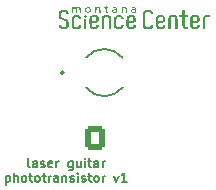
<source format=gto>
G04 #@! TF.GenerationSoftware,KiCad,Pcbnew,6.0.4-6f826c9f35~116~ubuntu20.04.1*
G04 #@! TF.CreationDate,2022-05-16T21:54:43-06:00*
G04 #@! TF.ProjectId,phototransistor-circuit,70686f74-6f74-4726-916e-736973746f72,rev?*
G04 #@! TF.SameCoordinates,Original*
G04 #@! TF.FileFunction,Legend,Top*
G04 #@! TF.FilePolarity,Positive*
%FSLAX46Y46*%
G04 Gerber Fmt 4.6, Leading zero omitted, Abs format (unit mm)*
G04 Created by KiCad (PCBNEW 6.0.4-6f826c9f35~116~ubuntu20.04.1) date 2022-05-16 21:54:43*
%MOMM*%
%LPD*%
G01*
G04 APERTURE LIST*
G04 Aperture macros list*
%AMRoundRect*
0 Rectangle with rounded corners*
0 $1 Rounding radius*
0 $2 $3 $4 $5 $6 $7 $8 $9 X,Y pos of 4 corners*
0 Add a 4 corners polygon primitive as box body*
4,1,4,$2,$3,$4,$5,$6,$7,$8,$9,$2,$3,0*
0 Add four circle primitives for the rounded corners*
1,1,$1+$1,$2,$3*
1,1,$1+$1,$4,$5*
1,1,$1+$1,$6,$7*
1,1,$1+$1,$8,$9*
0 Add four rect primitives between the rounded corners*
20,1,$1+$1,$2,$3,$4,$5,0*
20,1,$1+$1,$4,$5,$6,$7,0*
20,1,$1+$1,$6,$7,$8,$9,0*
20,1,$1+$1,$8,$9,$2,$3,0*%
G04 Aperture macros list end*
%ADD10C,0.127000*%
%ADD11C,0.200000*%
%ADD12C,1.000000*%
%ADD13C,3.200000*%
%ADD14RoundRect,0.250000X0.600000X0.725000X-0.600000X0.725000X-0.600000X-0.725000X0.600000X-0.725000X0*%
%ADD15O,1.700000X1.950000*%
%ADD16C,1.600000*%
%ADD17O,1.600000X1.600000*%
G04 APERTURE END LIST*
D10*
X82589914Y-86751704D02*
X82517342Y-86715418D01*
X82481057Y-86642847D01*
X82481057Y-85989704D01*
X83206771Y-86751704D02*
X83206771Y-86352561D01*
X83170485Y-86279990D01*
X83097914Y-86243704D01*
X82952771Y-86243704D01*
X82880200Y-86279990D01*
X83206771Y-86715418D02*
X83134200Y-86751704D01*
X82952771Y-86751704D01*
X82880200Y-86715418D01*
X82843914Y-86642847D01*
X82843914Y-86570275D01*
X82880200Y-86497704D01*
X82952771Y-86461418D01*
X83134200Y-86461418D01*
X83206771Y-86425132D01*
X83533342Y-86715418D02*
X83605914Y-86751704D01*
X83751057Y-86751704D01*
X83823628Y-86715418D01*
X83859914Y-86642847D01*
X83859914Y-86606561D01*
X83823628Y-86533990D01*
X83751057Y-86497704D01*
X83642200Y-86497704D01*
X83569628Y-86461418D01*
X83533342Y-86388847D01*
X83533342Y-86352561D01*
X83569628Y-86279990D01*
X83642200Y-86243704D01*
X83751057Y-86243704D01*
X83823628Y-86279990D01*
X84476771Y-86715418D02*
X84404200Y-86751704D01*
X84259057Y-86751704D01*
X84186485Y-86715418D01*
X84150200Y-86642847D01*
X84150200Y-86352561D01*
X84186485Y-86279990D01*
X84259057Y-86243704D01*
X84404200Y-86243704D01*
X84476771Y-86279990D01*
X84513057Y-86352561D01*
X84513057Y-86425132D01*
X84150200Y-86497704D01*
X84839628Y-86751704D02*
X84839628Y-86243704D01*
X84839628Y-86388847D02*
X84875914Y-86316275D01*
X84912200Y-86279990D01*
X84984771Y-86243704D01*
X85057342Y-86243704D01*
X86218485Y-86243704D02*
X86218485Y-86860561D01*
X86182200Y-86933132D01*
X86145914Y-86969418D01*
X86073342Y-87005704D01*
X85964485Y-87005704D01*
X85891914Y-86969418D01*
X86218485Y-86715418D02*
X86145914Y-86751704D01*
X86000771Y-86751704D01*
X85928200Y-86715418D01*
X85891914Y-86679132D01*
X85855628Y-86606561D01*
X85855628Y-86388847D01*
X85891914Y-86316275D01*
X85928200Y-86279990D01*
X86000771Y-86243704D01*
X86145914Y-86243704D01*
X86218485Y-86279990D01*
X86907914Y-86243704D02*
X86907914Y-86751704D01*
X86581342Y-86243704D02*
X86581342Y-86642847D01*
X86617628Y-86715418D01*
X86690200Y-86751704D01*
X86799057Y-86751704D01*
X86871628Y-86715418D01*
X86907914Y-86679132D01*
X87270771Y-86751704D02*
X87270771Y-86243704D01*
X87270771Y-85989704D02*
X87234485Y-86025990D01*
X87270771Y-86062275D01*
X87307057Y-86025990D01*
X87270771Y-85989704D01*
X87270771Y-86062275D01*
X87524771Y-86243704D02*
X87815057Y-86243704D01*
X87633628Y-85989704D02*
X87633628Y-86642847D01*
X87669914Y-86715418D01*
X87742485Y-86751704D01*
X87815057Y-86751704D01*
X88395628Y-86751704D02*
X88395628Y-86352561D01*
X88359342Y-86279990D01*
X88286771Y-86243704D01*
X88141628Y-86243704D01*
X88069057Y-86279990D01*
X88395628Y-86715418D02*
X88323057Y-86751704D01*
X88141628Y-86751704D01*
X88069057Y-86715418D01*
X88032771Y-86642847D01*
X88032771Y-86570275D01*
X88069057Y-86497704D01*
X88141628Y-86461418D01*
X88323057Y-86461418D01*
X88395628Y-86425132D01*
X88758485Y-86751704D02*
X88758485Y-86243704D01*
X88758485Y-86388847D02*
X88794771Y-86316275D01*
X88831057Y-86279990D01*
X88903628Y-86243704D01*
X88976200Y-86243704D01*
X80576057Y-87470524D02*
X80576057Y-88232524D01*
X80576057Y-87506810D02*
X80648628Y-87470524D01*
X80793771Y-87470524D01*
X80866342Y-87506810D01*
X80902628Y-87543095D01*
X80938914Y-87615667D01*
X80938914Y-87833381D01*
X80902628Y-87905952D01*
X80866342Y-87942238D01*
X80793771Y-87978524D01*
X80648628Y-87978524D01*
X80576057Y-87942238D01*
X81265485Y-87978524D02*
X81265485Y-87216524D01*
X81592057Y-87978524D02*
X81592057Y-87579381D01*
X81555771Y-87506810D01*
X81483200Y-87470524D01*
X81374342Y-87470524D01*
X81301771Y-87506810D01*
X81265485Y-87543095D01*
X82063771Y-87978524D02*
X81991200Y-87942238D01*
X81954914Y-87905952D01*
X81918628Y-87833381D01*
X81918628Y-87615667D01*
X81954914Y-87543095D01*
X81991200Y-87506810D01*
X82063771Y-87470524D01*
X82172628Y-87470524D01*
X82245200Y-87506810D01*
X82281485Y-87543095D01*
X82317771Y-87615667D01*
X82317771Y-87833381D01*
X82281485Y-87905952D01*
X82245200Y-87942238D01*
X82172628Y-87978524D01*
X82063771Y-87978524D01*
X82535485Y-87470524D02*
X82825771Y-87470524D01*
X82644342Y-87216524D02*
X82644342Y-87869667D01*
X82680628Y-87942238D01*
X82753200Y-87978524D01*
X82825771Y-87978524D01*
X83188628Y-87978524D02*
X83116057Y-87942238D01*
X83079771Y-87905952D01*
X83043485Y-87833381D01*
X83043485Y-87615667D01*
X83079771Y-87543095D01*
X83116057Y-87506810D01*
X83188628Y-87470524D01*
X83297485Y-87470524D01*
X83370057Y-87506810D01*
X83406342Y-87543095D01*
X83442628Y-87615667D01*
X83442628Y-87833381D01*
X83406342Y-87905952D01*
X83370057Y-87942238D01*
X83297485Y-87978524D01*
X83188628Y-87978524D01*
X83660342Y-87470524D02*
X83950628Y-87470524D01*
X83769200Y-87216524D02*
X83769200Y-87869667D01*
X83805485Y-87942238D01*
X83878057Y-87978524D01*
X83950628Y-87978524D01*
X84204628Y-87978524D02*
X84204628Y-87470524D01*
X84204628Y-87615667D02*
X84240914Y-87543095D01*
X84277200Y-87506810D01*
X84349771Y-87470524D01*
X84422342Y-87470524D01*
X85002914Y-87978524D02*
X85002914Y-87579381D01*
X84966628Y-87506810D01*
X84894057Y-87470524D01*
X84748914Y-87470524D01*
X84676342Y-87506810D01*
X85002914Y-87942238D02*
X84930342Y-87978524D01*
X84748914Y-87978524D01*
X84676342Y-87942238D01*
X84640057Y-87869667D01*
X84640057Y-87797095D01*
X84676342Y-87724524D01*
X84748914Y-87688238D01*
X84930342Y-87688238D01*
X85002914Y-87651952D01*
X85365771Y-87470524D02*
X85365771Y-87978524D01*
X85365771Y-87543095D02*
X85402057Y-87506810D01*
X85474628Y-87470524D01*
X85583485Y-87470524D01*
X85656057Y-87506810D01*
X85692342Y-87579381D01*
X85692342Y-87978524D01*
X86018914Y-87942238D02*
X86091485Y-87978524D01*
X86236628Y-87978524D01*
X86309200Y-87942238D01*
X86345485Y-87869667D01*
X86345485Y-87833381D01*
X86309200Y-87760810D01*
X86236628Y-87724524D01*
X86127771Y-87724524D01*
X86055200Y-87688238D01*
X86018914Y-87615667D01*
X86018914Y-87579381D01*
X86055200Y-87506810D01*
X86127771Y-87470524D01*
X86236628Y-87470524D01*
X86309200Y-87506810D01*
X86672057Y-87978524D02*
X86672057Y-87470524D01*
X86672057Y-87216524D02*
X86635771Y-87252810D01*
X86672057Y-87289095D01*
X86708342Y-87252810D01*
X86672057Y-87216524D01*
X86672057Y-87289095D01*
X86998628Y-87942238D02*
X87071200Y-87978524D01*
X87216342Y-87978524D01*
X87288914Y-87942238D01*
X87325200Y-87869667D01*
X87325200Y-87833381D01*
X87288914Y-87760810D01*
X87216342Y-87724524D01*
X87107485Y-87724524D01*
X87034914Y-87688238D01*
X86998628Y-87615667D01*
X86998628Y-87579381D01*
X87034914Y-87506810D01*
X87107485Y-87470524D01*
X87216342Y-87470524D01*
X87288914Y-87506810D01*
X87542914Y-87470524D02*
X87833200Y-87470524D01*
X87651771Y-87216524D02*
X87651771Y-87869667D01*
X87688057Y-87942238D01*
X87760628Y-87978524D01*
X87833200Y-87978524D01*
X88196057Y-87978524D02*
X88123485Y-87942238D01*
X88087200Y-87905952D01*
X88050914Y-87833381D01*
X88050914Y-87615667D01*
X88087200Y-87543095D01*
X88123485Y-87506810D01*
X88196057Y-87470524D01*
X88304914Y-87470524D01*
X88377485Y-87506810D01*
X88413771Y-87543095D01*
X88450057Y-87615667D01*
X88450057Y-87833381D01*
X88413771Y-87905952D01*
X88377485Y-87942238D01*
X88304914Y-87978524D01*
X88196057Y-87978524D01*
X88776628Y-87978524D02*
X88776628Y-87470524D01*
X88776628Y-87615667D02*
X88812914Y-87543095D01*
X88849200Y-87506810D01*
X88921771Y-87470524D01*
X88994342Y-87470524D01*
X89756342Y-87470524D02*
X89937771Y-87978524D01*
X90119200Y-87470524D01*
X90808628Y-87978524D02*
X90373200Y-87978524D01*
X90590914Y-87978524D02*
X90590914Y-87216524D01*
X90518342Y-87325381D01*
X90445771Y-87397952D01*
X90373200Y-87434238D01*
X87350000Y-80000000D02*
G75*
G03*
X90450000Y-79999999I1550000J1244007D01*
G01*
X90450000Y-77480000D02*
G75*
G03*
X87350000Y-77480001I-1550000J-1244007D01*
G01*
D11*
X85483178Y-78760000D02*
G75*
G03*
X85483178Y-78760000I-143178J0D01*
G01*
G36*
X87347153Y-73871071D02*
G01*
X87385258Y-73901410D01*
X87405032Y-73950217D01*
X87406172Y-73967210D01*
X87392256Y-74021802D01*
X87356270Y-74061359D01*
X87306855Y-74080255D01*
X87252651Y-74072863D01*
X87247462Y-74070540D01*
X87215539Y-74043311D01*
X87191747Y-74005175D01*
X87180645Y-73966951D01*
X87188929Y-73936021D01*
X87204500Y-73912873D01*
X87248608Y-73874603D01*
X87298881Y-73861403D01*
X87347153Y-73871071D01*
G37*
G36*
X85559164Y-73426929D02*
G01*
X85615107Y-73430734D01*
X85658593Y-73439416D01*
X85699786Y-73454893D01*
X85741478Y-73475280D01*
X85816398Y-73523513D01*
X85866271Y-73581797D01*
X85896551Y-73658104D01*
X85907978Y-73718700D01*
X85918672Y-73796721D01*
X85813842Y-73791778D01*
X85709012Y-73786836D01*
X85699398Y-73714789D01*
X85686958Y-73664382D01*
X85667617Y-73627989D01*
X85661235Y-73621866D01*
X85617995Y-73603312D01*
X85553692Y-73590833D01*
X85479716Y-73585785D01*
X85407459Y-73589520D01*
X85399003Y-73590689D01*
X85341597Y-73604141D01*
X85301767Y-73627820D01*
X85276567Y-73666931D01*
X85263046Y-73726683D01*
X85258256Y-73812280D01*
X85258076Y-73839502D01*
X85258636Y-73912491D01*
X85261557Y-73960832D01*
X85268702Y-73992664D01*
X85281935Y-74016130D01*
X85303120Y-74039372D01*
X85304027Y-74040280D01*
X85355490Y-74076199D01*
X85437930Y-74111593D01*
X85496699Y-74130974D01*
X85597941Y-74163795D01*
X85674151Y-74193926D01*
X85732456Y-74225111D01*
X85779981Y-74261097D01*
X85819319Y-74300566D01*
X85868497Y-74374176D01*
X85899072Y-74467139D01*
X85911784Y-74582668D01*
X85909671Y-74692222D01*
X85893583Y-74805363D01*
X85859549Y-74892934D01*
X85805194Y-74958226D01*
X85728143Y-75004533D01*
X85669947Y-75024597D01*
X85618776Y-75033028D01*
X85546665Y-75037839D01*
X85465270Y-75038990D01*
X85386250Y-75036439D01*
X85321264Y-75030144D01*
X85299070Y-75025925D01*
X85215868Y-74995482D01*
X85145456Y-74950520D01*
X85113161Y-74917938D01*
X85091969Y-74878877D01*
X85070740Y-74821155D01*
X85053736Y-74758622D01*
X85045218Y-74705127D01*
X85044907Y-74696100D01*
X85059862Y-74688160D01*
X85098991Y-74682545D01*
X85151491Y-74680509D01*
X85258076Y-74680509D01*
X85258076Y-74736084D01*
X85267481Y-74787295D01*
X85289423Y-74830371D01*
X85306462Y-74848361D01*
X85327195Y-74859719D01*
X85359020Y-74865954D01*
X85409334Y-74868572D01*
X85479445Y-74869082D01*
X85564539Y-74867524D01*
X85624486Y-74859602D01*
X85663678Y-74840443D01*
X85686507Y-74805177D01*
X85697364Y-74748931D01*
X85700641Y-74666833D01*
X85700814Y-74623512D01*
X85698859Y-74536848D01*
X85690307Y-74469971D01*
X85671121Y-74418446D01*
X85637269Y-74377840D01*
X85584715Y-74343721D01*
X85509424Y-74311654D01*
X85407363Y-74277206D01*
X85376943Y-74267625D01*
X85257993Y-74222301D01*
X85168973Y-74169384D01*
X85107547Y-74107145D01*
X85074717Y-74044017D01*
X85064863Y-73998144D01*
X85057795Y-73929518D01*
X85054420Y-73848128D01*
X85054276Y-73819233D01*
X85058937Y-73711395D01*
X85073745Y-73629495D01*
X85101658Y-73567471D01*
X85145635Y-73519263D01*
X85208638Y-73478810D01*
X85224411Y-73470806D01*
X85271063Y-73449695D01*
X85313397Y-73436450D01*
X85361584Y-73429296D01*
X85425793Y-73426458D01*
X85480604Y-73426087D01*
X85559164Y-73426929D01*
G37*
G36*
X90717919Y-73193763D02*
G01*
X90754164Y-73218900D01*
X90806741Y-73265878D01*
X90813836Y-73464866D01*
X90820931Y-73663853D01*
X90721404Y-73663853D01*
X90715854Y-73482127D01*
X90712670Y-73400588D01*
X90708266Y-73345501D01*
X90701485Y-73310523D01*
X90691170Y-73289311D01*
X90678474Y-73277156D01*
X90623453Y-73255527D01*
X90564265Y-73261886D01*
X90512786Y-73294160D01*
X90494342Y-73315005D01*
X90482586Y-73338030D01*
X90476026Y-73370823D01*
X90473173Y-73420972D01*
X90472538Y-73496064D01*
X90472537Y-73499131D01*
X90472537Y-73663853D01*
X90373274Y-73663853D01*
X90377812Y-73421987D01*
X90379727Y-73328450D01*
X90381956Y-73262664D01*
X90385369Y-73219588D01*
X90390834Y-73194183D01*
X90399220Y-73181409D01*
X90411397Y-73176226D01*
X90420441Y-73174725D01*
X90453744Y-73179719D01*
X90467379Y-73203160D01*
X90474861Y-73225368D01*
X90486923Y-73226746D01*
X90513648Y-73207555D01*
X90517587Y-73204458D01*
X90579056Y-73175450D01*
X90649400Y-73172103D01*
X90717919Y-73193763D01*
G37*
G36*
X91193557Y-73451577D02*
G01*
X91225198Y-73421048D01*
X91279996Y-73394751D01*
X91348322Y-73376151D01*
X91420545Y-73368712D01*
X91423934Y-73368695D01*
X91474782Y-73366233D01*
X91499750Y-73357454D01*
X91505591Y-73343020D01*
X91491696Y-73292747D01*
X91454933Y-73258202D01*
X91402688Y-73242450D01*
X91342346Y-73248556D01*
X91309633Y-73261689D01*
X91269127Y-73278208D01*
X91242745Y-73275386D01*
X91233851Y-73269331D01*
X91213877Y-73245451D01*
X91210433Y-73234669D01*
X91225285Y-73215932D01*
X91263858Y-73197540D01*
X91317175Y-73182365D01*
X91376257Y-73173284D01*
X91406419Y-73171923D01*
X91463887Y-73175898D01*
X91504523Y-73191370D01*
X91536766Y-73217017D01*
X91556937Y-73237130D01*
X91570747Y-73257180D01*
X91579692Y-73283826D01*
X91585271Y-73323731D01*
X91588981Y-73383555D01*
X91592070Y-73462982D01*
X91599285Y-73663853D01*
X91560637Y-73663853D01*
X91529615Y-73655073D01*
X91521988Y-73631552D01*
X91520007Y-73612956D01*
X91509213Y-73610878D01*
X91482333Y-73626318D01*
X91462308Y-73639751D01*
X91385868Y-73673479D01*
X91305352Y-73675138D01*
X91261113Y-73662376D01*
X91221663Y-73638993D01*
X91200144Y-73618322D01*
X91183353Y-73575921D01*
X91178816Y-73519752D01*
X91179713Y-73514079D01*
X91265856Y-73514079D01*
X91272723Y-73556573D01*
X91290787Y-73583900D01*
X91319299Y-73595905D01*
X91360703Y-73598262D01*
X91425542Y-73588665D01*
X91467639Y-73562609D01*
X91498750Y-73514930D01*
X91505591Y-73478590D01*
X91505591Y-73430225D01*
X91414429Y-73437784D01*
X91338080Y-73451723D01*
X91287895Y-73477709D01*
X91265856Y-73514079D01*
X91179713Y-73514079D01*
X91187199Y-73466728D01*
X91193557Y-73451577D01*
G37*
G36*
X92674171Y-73427663D02*
G01*
X92729852Y-73430986D01*
X92773395Y-73439357D01*
X92815115Y-73454655D01*
X92858399Y-73475280D01*
X92918836Y-73509220D01*
X92958434Y-73543016D01*
X92987700Y-73586172D01*
X92993680Y-73597638D01*
X93016199Y-73655292D01*
X93029257Y-73713883D01*
X93030575Y-73732918D01*
X93030575Y-73795035D01*
X92837994Y-73795035D01*
X92828093Y-73733116D01*
X92815698Y-73683712D01*
X92798410Y-73644405D01*
X92796061Y-73640932D01*
X92760693Y-73616339D01*
X92702886Y-73600217D01*
X92631901Y-73592645D01*
X92557005Y-73593704D01*
X92487460Y-73603475D01*
X92432530Y-73622038D01*
X92410298Y-73637573D01*
X92402729Y-73648053D01*
X92396595Y-73665067D01*
X92391703Y-73692005D01*
X92387863Y-73732259D01*
X92384883Y-73789218D01*
X92382573Y-73866272D01*
X92380741Y-73966813D01*
X92379197Y-74094230D01*
X92378119Y-74208779D01*
X92376947Y-74368771D01*
X92376744Y-74499183D01*
X92377874Y-74603225D01*
X92380699Y-74684108D01*
X92385584Y-74745043D01*
X92392891Y-74789238D01*
X92402984Y-74819906D01*
X92416226Y-74840254D01*
X92432981Y-74853495D01*
X92452085Y-74862263D01*
X92488021Y-74869778D01*
X92544630Y-74875164D01*
X92609808Y-74877280D01*
X92611290Y-74877281D01*
X92698951Y-74871722D01*
X92760117Y-74853132D01*
X92799473Y-74818641D01*
X92821705Y-74765380D01*
X92825615Y-74746035D01*
X92836685Y-74680509D01*
X93035143Y-74680509D01*
X93025299Y-74763628D01*
X93004832Y-74854402D01*
X92965793Y-74924858D01*
X92905659Y-74976700D01*
X92821907Y-75011631D01*
X92712015Y-75031355D01*
X92620633Y-75036963D01*
X92511095Y-75036866D01*
X92431264Y-75029734D01*
X92387115Y-75018808D01*
X92308299Y-74982875D01*
X92253426Y-74939957D01*
X92213643Y-74882966D01*
X92210902Y-74877695D01*
X92202116Y-74858936D01*
X92195042Y-74838312D01*
X92189493Y-74812250D01*
X92185287Y-74777174D01*
X92182238Y-74729510D01*
X92180162Y-74665684D01*
X92178874Y-74582121D01*
X92178192Y-74475246D01*
X92177929Y-74341485D01*
X92177896Y-74237898D01*
X92178048Y-74075846D01*
X92178772Y-73943171D01*
X92180470Y-73836457D01*
X92183542Y-73752288D01*
X92188391Y-73687246D01*
X92195417Y-73637914D01*
X92205022Y-73600876D01*
X92217608Y-73572715D01*
X92233575Y-73550013D01*
X92253325Y-73529355D01*
X92262094Y-73521156D01*
X92319150Y-73478951D01*
X92386747Y-73450583D01*
X92471709Y-73434137D01*
X92580860Y-73427701D01*
X92596036Y-73427509D01*
X92674171Y-73427663D01*
G37*
G36*
X90196420Y-73865724D02*
G01*
X90313290Y-73887485D01*
X90407365Y-73930451D01*
X90477163Y-73993247D01*
X90521203Y-74074499D01*
X90538003Y-74172831D01*
X90538128Y-74182827D01*
X90538128Y-74237772D01*
X90345080Y-74237772D01*
X90334297Y-74165871D01*
X90319383Y-74105540D01*
X90292434Y-74065953D01*
X90247762Y-74043309D01*
X90179680Y-74033809D01*
X90135119Y-74032801D01*
X90069364Y-74034227D01*
X90026852Y-74039998D01*
X89998096Y-74052350D01*
X89976963Y-74070119D01*
X89963321Y-74085408D01*
X89953328Y-74103375D01*
X89946284Y-74129234D01*
X89941486Y-74168196D01*
X89938233Y-74225474D01*
X89935824Y-74306282D01*
X89934085Y-74388663D01*
X89932035Y-74528077D01*
X89932938Y-74638174D01*
X89938219Y-74722399D01*
X89949305Y-74784195D01*
X89967622Y-74827006D01*
X89994594Y-74854276D01*
X90031648Y-74869449D01*
X90080210Y-74875967D01*
X90136385Y-74877281D01*
X90218000Y-74872945D01*
X90273432Y-74857402D01*
X90308447Y-74826852D01*
X90328811Y-74777493D01*
X90335022Y-74746330D01*
X90345547Y-74680509D01*
X90538128Y-74680509D01*
X90537768Y-74742000D01*
X90521967Y-74836880D01*
X90477685Y-74918420D01*
X90407842Y-74982744D01*
X90326611Y-75022352D01*
X90276610Y-75032226D01*
X90205157Y-75037740D01*
X90123295Y-75038955D01*
X90042068Y-75035928D01*
X89972520Y-75028718D01*
X89933577Y-75020259D01*
X89863663Y-74983632D01*
X89802580Y-74926060D01*
X89760604Y-74858025D01*
X89752981Y-74836095D01*
X89746129Y-74793423D01*
X89740898Y-74725110D01*
X89737279Y-74637896D01*
X89735265Y-74538520D01*
X89734849Y-74433721D01*
X89736024Y-74330238D01*
X89738783Y-74234811D01*
X89743117Y-74154179D01*
X89749020Y-74095080D01*
X89753814Y-74070999D01*
X89793404Y-73993464D01*
X89858967Y-73932653D01*
X89947480Y-73889970D01*
X90055921Y-73866816D01*
X90181269Y-73864592D01*
X90196420Y-73865724D01*
G37*
G36*
X89218440Y-73871157D02*
G01*
X89311715Y-73895549D01*
X89378743Y-73929669D01*
X89408398Y-73952758D01*
X89432169Y-73977786D01*
X89450703Y-74008495D01*
X89464649Y-74048626D01*
X89474656Y-74101920D01*
X89481373Y-74172119D01*
X89485448Y-74262963D01*
X89487529Y-74378194D01*
X89488267Y-74521552D01*
X89488317Y-74561626D01*
X89488677Y-75024860D01*
X89291905Y-75024860D01*
X89291905Y-74592769D01*
X89291431Y-74446051D01*
X89289729Y-74328621D01*
X89286381Y-74236983D01*
X89280967Y-74167639D01*
X89273066Y-74117094D01*
X89262260Y-74081849D01*
X89248129Y-74058408D01*
X89230253Y-74043274D01*
X89225667Y-74040654D01*
X89194067Y-74032251D01*
X89141821Y-74026441D01*
X89088926Y-74024602D01*
X89025365Y-74026756D01*
X88982949Y-74035199D01*
X88950197Y-74052904D01*
X88936170Y-74064155D01*
X88890162Y-74103707D01*
X88884905Y-74564284D01*
X88879649Y-75024860D01*
X88683343Y-75024860D01*
X88688366Y-74553427D01*
X88690228Y-74402778D01*
X88692814Y-74281207D01*
X88696943Y-74184996D01*
X88703435Y-74110428D01*
X88713111Y-74053785D01*
X88726789Y-74011351D01*
X88745291Y-73979406D01*
X88769434Y-73954234D01*
X88800041Y-73932118D01*
X88829294Y-73914382D01*
X88909507Y-73881916D01*
X89007595Y-73864070D01*
X89113820Y-73860574D01*
X89218440Y-73871157D01*
G37*
G36*
X93286448Y-74129685D02*
G01*
X93296720Y-74067440D01*
X93312187Y-74020529D01*
X93333837Y-73984593D01*
X93362663Y-73955272D01*
X93395180Y-73931191D01*
X93480621Y-73889824D01*
X93581411Y-73866356D01*
X93689146Y-73860420D01*
X93795421Y-73871651D01*
X93891830Y-73899683D01*
X93969969Y-73944149D01*
X93984676Y-73956853D01*
X94038385Y-74028983D01*
X94070327Y-74120127D01*
X94078462Y-74223106D01*
X94073858Y-74271101D01*
X94055564Y-74347952D01*
X94024035Y-74407518D01*
X93975357Y-74452435D01*
X93905618Y-74485336D01*
X93810906Y-74508858D01*
X93697450Y-74524574D01*
X93602037Y-74536848D01*
X93538904Y-74549936D01*
X93507544Y-74563951D01*
X93505019Y-74566909D01*
X93482466Y-74625895D01*
X93476111Y-74697031D01*
X93485145Y-74768072D01*
X93508759Y-74826775D01*
X93523420Y-74845400D01*
X93547116Y-74862643D01*
X93580902Y-74872483D01*
X93633436Y-74876704D01*
X93678283Y-74877281D01*
X93758255Y-74873457D01*
X93812098Y-74859316D01*
X93845864Y-74830851D01*
X93865606Y-74784058D01*
X93872754Y-74748594D01*
X93883641Y-74680509D01*
X94084594Y-74680509D01*
X94074696Y-74764080D01*
X94052626Y-74858445D01*
X94009595Y-74930476D01*
X93942251Y-74985508D01*
X93931609Y-74991652D01*
X93891467Y-75011315D01*
X93850165Y-75023979D01*
X93798263Y-75031423D01*
X93726322Y-75035429D01*
X93694681Y-75036348D01*
X93616994Y-75036323D01*
X93547836Y-75032728D01*
X93496918Y-75026211D01*
X93481511Y-75022125D01*
X93391390Y-74974121D01*
X93327791Y-74907050D01*
X93307785Y-74870705D01*
X93297463Y-74844450D01*
X93289715Y-74814060D01*
X93284179Y-74774616D01*
X93280490Y-74721198D01*
X93278286Y-74648886D01*
X93277205Y-74552762D01*
X93276900Y-74452019D01*
X93277528Y-74317615D01*
X93278233Y-74291420D01*
X93473312Y-74291420D01*
X93474006Y-74355874D01*
X93476870Y-74392785D01*
X93483071Y-74407388D01*
X93493781Y-74404920D01*
X93497950Y-74401714D01*
X93524832Y-74390841D01*
X93575225Y-74379517D01*
X93639932Y-74369657D01*
X93665723Y-74366758D01*
X93751215Y-74355539D01*
X93809107Y-74339690D01*
X93844586Y-74315204D01*
X93862842Y-74278075D01*
X93869063Y-74224296D01*
X93869334Y-74209539D01*
X93862273Y-74129007D01*
X93837329Y-74073818D01*
X93791046Y-74040605D01*
X93719974Y-74026000D01*
X93679662Y-74024602D01*
X93601818Y-74029652D01*
X93545614Y-74047543D01*
X93507872Y-74082384D01*
X93485414Y-74138286D01*
X93475060Y-74219359D01*
X93473312Y-74291420D01*
X93278233Y-74291420D01*
X93280381Y-74211623D01*
X93286448Y-74129685D01*
G37*
G36*
X89628308Y-73421730D02*
G01*
X89695354Y-73387503D01*
X89783431Y-73370316D01*
X89824302Y-73368695D01*
X89883999Y-73364274D01*
X89912872Y-73349924D01*
X89911828Y-73324014D01*
X89881770Y-73284913D01*
X89874767Y-73277762D01*
X89829884Y-73245938D01*
X89780110Y-73240151D01*
X89717579Y-73259752D01*
X89708317Y-73264029D01*
X89666844Y-73279996D01*
X89640334Y-73278249D01*
X89627950Y-73270220D01*
X89606972Y-73246739D01*
X89611650Y-73227138D01*
X89644513Y-73205610D01*
X89659231Y-73198388D01*
X89731147Y-73176220D01*
X89807093Y-73172323D01*
X89878805Y-73185012D01*
X89938021Y-73212606D01*
X89976476Y-73253423D01*
X89981311Y-73263963D01*
X89987789Y-73297081D01*
X89992965Y-73354153D01*
X89996213Y-73426347D01*
X89997005Y-73484546D01*
X89997005Y-73663853D01*
X89956010Y-73663853D01*
X89924302Y-73656588D01*
X89915034Y-73630155D01*
X89915016Y-73628199D01*
X89915016Y-73592546D01*
X89875043Y-73630099D01*
X89825887Y-73658464D01*
X89760850Y-73674030D01*
X89695170Y-73674351D01*
X89658507Y-73664868D01*
X89611255Y-73629172D01*
X89579113Y-73575905D01*
X89570665Y-73532672D01*
X89573342Y-73521614D01*
X89669051Y-73521614D01*
X89677244Y-73560042D01*
X89688728Y-73578585D01*
X89723665Y-73594317D01*
X89774304Y-73597285D01*
X89826456Y-73588221D01*
X89863957Y-73569567D01*
X89891802Y-73532893D01*
X89908818Y-73487578D01*
X89919116Y-73434286D01*
X89842462Y-73434286D01*
X89769093Y-73441942D01*
X89712005Y-73462924D01*
X89677111Y-73494255D01*
X89669051Y-73521614D01*
X89573342Y-73521614D01*
X89585632Y-73470839D01*
X89628308Y-73421730D01*
G37*
G36*
X87229077Y-74152504D02*
G01*
X87262862Y-74167886D01*
X87310062Y-74171287D01*
X87353563Y-74162708D01*
X87370097Y-74152504D01*
X87376166Y-74153353D01*
X87380940Y-74171233D01*
X87384543Y-74208865D01*
X87387101Y-74268969D01*
X87388740Y-74354265D01*
X87389585Y-74467475D01*
X87389774Y-74578844D01*
X87389774Y-75024860D01*
X87209400Y-75024860D01*
X87209400Y-74578844D01*
X87209705Y-74441575D01*
X87210704Y-74334376D01*
X87212524Y-74254527D01*
X87215288Y-74199306D01*
X87219123Y-74165993D01*
X87224155Y-74151868D01*
X87229077Y-74152504D01*
G37*
G36*
X87655256Y-74168695D02*
G01*
X87658430Y-74119083D01*
X87663400Y-74083141D01*
X87670573Y-74056090D01*
X87680359Y-74033148D01*
X87689301Y-74016403D01*
X87736164Y-73954588D01*
X87799744Y-73910683D01*
X87883973Y-73883098D01*
X87992780Y-73870242D01*
X88053880Y-73868836D01*
X88132875Y-73869787D01*
X88188369Y-73873697D01*
X88229629Y-73882174D01*
X88265921Y-73896826D01*
X88290194Y-73909830D01*
X88339576Y-73942629D01*
X88380626Y-73978069D01*
X88392524Y-73991807D01*
X88420664Y-74049635D01*
X88439281Y-74126554D01*
X88446237Y-74209699D01*
X88440520Y-74280515D01*
X88415275Y-74362449D01*
X88371875Y-74425592D01*
X88307269Y-74471951D01*
X88218400Y-74503532D01*
X88102216Y-74522339D01*
X88067734Y-74525342D01*
X87978970Y-74533951D01*
X87917915Y-74546809D01*
X87879482Y-74567920D01*
X87858585Y-74601289D01*
X87850138Y-74650921D01*
X87848909Y-74697652D01*
X87851168Y-74757801D01*
X87860175Y-74796908D01*
X87879272Y-74826551D01*
X87889158Y-74837032D01*
X87914993Y-74858686D01*
X87944711Y-74870888D01*
X87988356Y-74876221D01*
X88045681Y-74877281D01*
X88109685Y-74875834D01*
X88150998Y-74869771D01*
X88179664Y-74856509D01*
X88202204Y-74837032D01*
X88236045Y-74783151D01*
X88242453Y-74738646D01*
X88242453Y-74680509D01*
X88457633Y-74680509D01*
X88446300Y-74758398D01*
X88434671Y-74815491D01*
X88418983Y-74866000D01*
X88413089Y-74879427D01*
X88368259Y-74939045D01*
X88303538Y-74990460D01*
X88231773Y-75023536D01*
X88229646Y-75024139D01*
X88167707Y-75034751D01*
X88087564Y-75039572D01*
X88001052Y-75038808D01*
X87920011Y-75032669D01*
X87856275Y-75021363D01*
X87843255Y-75017340D01*
X87790247Y-74992354D01*
X87743423Y-74960760D01*
X87738656Y-74956568D01*
X87712198Y-74929865D01*
X87691726Y-74901536D01*
X87676486Y-74867132D01*
X87665725Y-74822206D01*
X87658690Y-74762311D01*
X87654627Y-74682999D01*
X87652784Y-74579824D01*
X87652406Y-74448338D01*
X87652407Y-74447369D01*
X87652653Y-74328057D01*
X87652712Y-74321412D01*
X87849096Y-74321412D01*
X87849408Y-74366680D01*
X87853218Y-74390260D01*
X87861463Y-74397686D01*
X87875081Y-74394491D01*
X87875941Y-74394143D01*
X87905768Y-74386781D01*
X87958441Y-74378083D01*
X88024141Y-74369605D01*
X88045681Y-74367258D01*
X88119376Y-74357980D01*
X88167734Y-74347168D01*
X88198204Y-74332641D01*
X88213757Y-74318049D01*
X88235017Y-74271629D01*
X88243260Y-74208691D01*
X88238631Y-74142753D01*
X88221276Y-74087334D01*
X88211107Y-74071512D01*
X88192096Y-74052009D01*
X88168497Y-74040403D01*
X88131869Y-74034694D01*
X88073770Y-74032884D01*
X88047716Y-74032801D01*
X87971165Y-74034546D01*
X87918429Y-74043242D01*
X87884788Y-74064083D01*
X87865525Y-74102262D01*
X87855919Y-74162972D01*
X87851344Y-74248923D01*
X87849096Y-74321412D01*
X87652712Y-74321412D01*
X87653467Y-74236760D01*
X87655256Y-74168695D01*
G37*
G36*
X94843812Y-73869786D02*
G01*
X94945001Y-73896702D01*
X95020941Y-73940524D01*
X95028638Y-73947267D01*
X95051950Y-73970378D01*
X95070538Y-73994675D01*
X95084934Y-74023999D01*
X95095670Y-74062192D01*
X95103278Y-74113094D01*
X95108290Y-74180547D01*
X95111238Y-74268392D01*
X95112654Y-74380470D01*
X95113069Y-74520622D01*
X95113080Y-74557000D01*
X95113080Y-75024860D01*
X94916307Y-75024860D01*
X94916307Y-74105100D01*
X94876059Y-74064851D01*
X94850224Y-74043197D01*
X94820505Y-74030995D01*
X94776861Y-74025663D01*
X94719535Y-74024602D01*
X94655532Y-74026049D01*
X94614218Y-74032113D01*
X94585552Y-74045375D01*
X94563012Y-74064851D01*
X94522763Y-74105100D01*
X94522763Y-75024860D01*
X94309593Y-75024860D01*
X94309593Y-74607527D01*
X94310330Y-74478517D01*
X94312424Y-74360524D01*
X94315698Y-74258436D01*
X94319978Y-74177143D01*
X94325086Y-74121534D01*
X94327627Y-74106105D01*
X94360366Y-74015200D01*
X94415593Y-73945885D01*
X94494402Y-73897477D01*
X94597885Y-73869292D01*
X94720395Y-73860625D01*
X94843812Y-73869786D01*
G37*
G36*
X86249284Y-73179416D02*
G01*
X86258335Y-73205885D01*
X86258335Y-73239894D01*
X86301540Y-73205908D01*
X86360663Y-73178139D01*
X86430412Y-73172245D01*
X86496977Y-73188225D01*
X86526685Y-73205908D01*
X86569890Y-73239894D01*
X86613096Y-73205908D01*
X86671853Y-73178283D01*
X86741286Y-73172201D01*
X86807542Y-73187690D01*
X86837676Y-73205464D01*
X86870784Y-73242023D01*
X86893665Y-73294192D01*
X86907539Y-73366860D01*
X86913624Y-73464915D01*
X86914150Y-73512175D01*
X86914242Y-73663853D01*
X86815855Y-73663853D01*
X86815855Y-73495326D01*
X86813591Y-73399729D01*
X86805498Y-73332276D01*
X86789630Y-73288544D01*
X86764039Y-73264113D01*
X86726779Y-73254560D01*
X86709531Y-73253911D01*
X86656866Y-73264858D01*
X86620274Y-73297117D01*
X86604174Y-73322039D01*
X86594042Y-73352412D01*
X86588578Y-73396077D01*
X86586480Y-73460874D01*
X86586288Y-73502088D01*
X86586288Y-73663853D01*
X86487902Y-73663853D01*
X86487902Y-73486020D01*
X86487140Y-73404800D01*
X86484218Y-73349810D01*
X86478176Y-73314509D01*
X86468059Y-73292353D01*
X86457915Y-73281049D01*
X86409424Y-73256636D01*
X86356388Y-73261830D01*
X86306603Y-73295854D01*
X86306286Y-73296190D01*
X86287662Y-73319192D01*
X86275457Y-73345725D01*
X86267949Y-73383577D01*
X86263412Y-73440536D01*
X86260897Y-73501161D01*
X86258004Y-73575232D01*
X86254412Y-73622526D01*
X86248457Y-73649045D01*
X86238477Y-73660792D01*
X86222807Y-73663771D01*
X86215804Y-73663853D01*
X86176346Y-73663853D01*
X86176346Y-73171923D01*
X86217340Y-73171923D01*
X86249284Y-73179416D01*
G37*
G36*
X89080550Y-73044322D02*
G01*
X89092289Y-73061208D01*
X89095118Y-73100620D01*
X89095132Y-73106332D01*
X89095132Y-73171923D01*
X89160723Y-73171923D01*
X89202982Y-73174160D01*
X89221765Y-73184714D01*
X89226290Y-73209347D01*
X89226314Y-73212917D01*
X89222734Y-73239329D01*
X89205847Y-73251068D01*
X89166435Y-73253897D01*
X89160723Y-73253911D01*
X89095132Y-73253911D01*
X89095132Y-73400319D01*
X89098270Y-73488934D01*
X89108776Y-73548593D01*
X89128293Y-73582632D01*
X89158464Y-73594388D01*
X89188824Y-73590649D01*
X89216822Y-73587215D01*
X89224993Y-73602589D01*
X89223362Y-73626358D01*
X89215039Y-73657841D01*
X89192814Y-73671666D01*
X89160723Y-73675506D01*
X89110107Y-73673601D01*
X89067655Y-73664213D01*
X89066927Y-73663918D01*
X89045667Y-73651412D01*
X89030682Y-73630743D01*
X89020678Y-73596399D01*
X89014355Y-73542870D01*
X89010419Y-73464644D01*
X89009027Y-73417888D01*
X89004945Y-73262110D01*
X88951653Y-73256972D01*
X88914176Y-73248970D01*
X88899832Y-73229674D01*
X88898360Y-73211878D01*
X88902839Y-73184820D01*
X88922663Y-73173750D01*
X88955752Y-73171923D01*
X88992498Y-73169937D01*
X89008828Y-73157677D01*
X89013016Y-73125686D01*
X89013144Y-73106332D01*
X89015382Y-73064073D01*
X89025936Y-73045291D01*
X89050568Y-73040765D01*
X89054138Y-73040742D01*
X89080550Y-73044322D01*
G37*
G36*
X90786926Y-74179169D02*
G01*
X90790260Y-74129771D01*
X90795493Y-74093399D01*
X90803050Y-74065112D01*
X90813354Y-74039968D01*
X90820988Y-74024420D01*
X90857711Y-73968688D01*
X90908314Y-73927545D01*
X90939487Y-73910262D01*
X90982471Y-73890552D01*
X91023633Y-73878221D01*
X91072778Y-73871617D01*
X91139710Y-73869088D01*
X91185452Y-73868836D01*
X91264641Y-73869792D01*
X91320357Y-73873717D01*
X91361895Y-73882214D01*
X91398549Y-73896888D01*
X91422968Y-73909830D01*
X91474626Y-73945603D01*
X91519264Y-73987834D01*
X91532138Y-74004283D01*
X91566185Y-74079073D01*
X91581426Y-74167325D01*
X91578462Y-74259282D01*
X91557895Y-74345188D01*
X91520328Y-74415289D01*
X91505742Y-74431870D01*
X91462981Y-74465667D01*
X91408203Y-74490718D01*
X91335348Y-74508830D01*
X91238355Y-74521813D01*
X91189992Y-74526090D01*
X91105941Y-74534166D01*
X91049290Y-74545702D01*
X91014659Y-74565274D01*
X90996671Y-74597457D01*
X90989948Y-74646825D01*
X90989064Y-74697034D01*
X90992832Y-74773480D01*
X91007544Y-74825047D01*
X91038316Y-74856407D01*
X91090262Y-74872229D01*
X91168497Y-74877183D01*
X91186463Y-74877281D01*
X91249828Y-74876250D01*
X91289654Y-74871427D01*
X91315178Y-74860222D01*
X91335634Y-74840044D01*
X91340424Y-74834076D01*
X91365718Y-74784002D01*
X91374409Y-74735690D01*
X91374409Y-74680509D01*
X91592037Y-74680509D01*
X91581458Y-74757687D01*
X91556444Y-74857530D01*
X91510981Y-74933569D01*
X91443035Y-74989135D01*
X91438627Y-74991652D01*
X91398762Y-75011313D01*
X91357646Y-75023992D01*
X91305874Y-75031472D01*
X91234039Y-75035539D01*
X91202234Y-75036491D01*
X91100720Y-75036338D01*
X91025742Y-75029482D01*
X90973395Y-75016098D01*
X90920956Y-74990851D01*
X90875128Y-74960333D01*
X90868796Y-74954861D01*
X90842658Y-74928291D01*
X90822482Y-74899678D01*
X90807509Y-74864540D01*
X90796978Y-74818396D01*
X90790132Y-74756764D01*
X90786209Y-74675163D01*
X90784452Y-74569110D01*
X90784093Y-74454943D01*
X90784267Y-74336813D01*
X90784759Y-74281545D01*
X90980865Y-74281545D01*
X90981501Y-74349019D01*
X90984111Y-74388844D01*
X90989747Y-74406157D01*
X90999463Y-74406092D01*
X91005503Y-74401714D01*
X91032419Y-74390813D01*
X91082804Y-74379481D01*
X91147419Y-74369649D01*
X91172354Y-74366852D01*
X91257263Y-74356047D01*
X91314631Y-74341175D01*
X91349711Y-74318007D01*
X91367758Y-74282316D01*
X91374024Y-74229873D01*
X91374409Y-74204252D01*
X91368460Y-74127287D01*
X91347594Y-74076164D01*
X91307286Y-74045618D01*
X91243007Y-74030387D01*
X91223193Y-74028398D01*
X91131893Y-74029018D01*
X91060279Y-74046551D01*
X91012469Y-74079684D01*
X90999679Y-74099637D01*
X90990951Y-74134946D01*
X90984374Y-74192309D01*
X90981059Y-74261006D01*
X90980865Y-74281545D01*
X90784759Y-74281545D01*
X90785070Y-74246536D01*
X90786926Y-74179169D01*
G37*
G36*
X97720397Y-73861941D02*
G01*
X97782506Y-73865677D01*
X97821055Y-73873761D01*
X97840649Y-73887742D01*
X97845893Y-73909164D01*
X97842903Y-73932446D01*
X97832462Y-73983073D01*
X97821114Y-74013436D01*
X97801352Y-74028152D01*
X97765667Y-74031838D01*
X97706552Y-74029109D01*
X97687524Y-74027983D01*
X97582688Y-74027905D01*
X97507095Y-74041618D01*
X97460169Y-74069267D01*
X97447628Y-74087595D01*
X97444092Y-74110621D01*
X97440482Y-74161936D01*
X97436975Y-74237034D01*
X97433748Y-74331409D01*
X97430977Y-74440555D01*
X97428839Y-74559967D01*
X97428701Y-74569825D01*
X97422449Y-75024860D01*
X97226558Y-75024860D01*
X97231568Y-74545228D01*
X97233074Y-74407223D01*
X97234594Y-74298040D01*
X97236456Y-74213706D01*
X97238983Y-74150247D01*
X97242500Y-74103693D01*
X97247333Y-74070071D01*
X97253806Y-74045407D01*
X97262245Y-74025730D01*
X97272975Y-74007067D01*
X97276001Y-74002180D01*
X97330832Y-73938904D01*
X97405982Y-73895011D01*
X97504189Y-73869411D01*
X97628194Y-73861010D01*
X97630123Y-73861009D01*
X97720397Y-73861941D01*
G37*
G36*
X96190321Y-74141053D02*
G01*
X96203457Y-74070911D01*
X96223713Y-74016954D01*
X96252267Y-73975051D01*
X96290299Y-73941070D01*
X96338988Y-73910882D01*
X96348555Y-73905754D01*
X96387257Y-73888308D01*
X96429119Y-73877395D01*
X96483273Y-73871584D01*
X96558855Y-73869443D01*
X96581055Y-73869316D01*
X96661079Y-73870103D01*
X96718128Y-73874117D01*
X96761987Y-73882986D01*
X96802437Y-73898339D01*
X96827021Y-73910262D01*
X96898442Y-73957965D01*
X96946200Y-74018910D01*
X96972593Y-74097837D01*
X96979917Y-74199487D01*
X96979240Y-74224367D01*
X96969739Y-74315228D01*
X96947151Y-74385154D01*
X96907746Y-74437269D01*
X96847799Y-74474696D01*
X96763581Y-74500560D01*
X96651367Y-74517984D01*
X96625716Y-74520684D01*
X96534023Y-74530903D01*
X96470078Y-74542836D01*
X96428898Y-74560294D01*
X96405505Y-74587090D01*
X96394916Y-74627033D01*
X96392151Y-74683937D01*
X96392098Y-74699448D01*
X96395730Y-74776527D01*
X96410151Y-74827814D01*
X96440648Y-74858342D01*
X96492508Y-74873147D01*
X96571019Y-74877263D01*
X96578855Y-74877281D01*
X96662350Y-74873008D01*
X96719269Y-74857929D01*
X96754983Y-74828659D01*
X96774861Y-74781812D01*
X96780636Y-74750032D01*
X96789961Y-74680509D01*
X96982415Y-74680509D01*
X96982054Y-74742000D01*
X96971783Y-74809112D01*
X96945738Y-74880156D01*
X96910015Y-74940561D01*
X96889630Y-74962937D01*
X96822665Y-75002965D01*
X96729795Y-75028887D01*
X96615200Y-75039656D01*
X96582709Y-75039849D01*
X96513605Y-75037525D01*
X96452009Y-75032659D01*
X96409491Y-75026221D01*
X96404627Y-75024931D01*
X96322245Y-74987848D01*
X96255034Y-74933747D01*
X96217569Y-74881122D01*
X96206841Y-74855435D01*
X96198690Y-74823989D01*
X96192658Y-74781781D01*
X96188289Y-74723808D01*
X96185125Y-74645068D01*
X96182710Y-74540556D01*
X96181843Y-74489890D01*
X96180693Y-74346411D01*
X96182571Y-74257740D01*
X96392098Y-74257740D01*
X96392651Y-74327522D01*
X96395103Y-74370151D01*
X96400645Y-74391261D01*
X96410466Y-74396487D01*
X96420794Y-74393603D01*
X96450724Y-74386010D01*
X96502480Y-74376996D01*
X96565256Y-74368425D01*
X96569877Y-74367879D01*
X96633033Y-74359742D01*
X96685967Y-74351566D01*
X96717871Y-74345031D01*
X96719067Y-74344669D01*
X96754073Y-74317662D01*
X96776265Y-74268105D01*
X96783912Y-74204316D01*
X96775285Y-74134611D01*
X96767933Y-74109876D01*
X96735002Y-74063278D01*
X96675553Y-74035330D01*
X96590197Y-74026252D01*
X96543314Y-74028398D01*
X96481250Y-74037279D01*
X96438627Y-74055354D01*
X96411952Y-74087921D01*
X96397732Y-74140278D01*
X96392474Y-74217720D01*
X96392098Y-74257740D01*
X96182571Y-74257740D01*
X96183126Y-74231509D01*
X96190321Y-74141053D01*
G37*
G36*
X86632625Y-73870028D02*
G01*
X86688864Y-73874839D01*
X86732936Y-73885058D01*
X86775132Y-73902485D01*
X86790587Y-73910221D01*
X86867367Y-73967137D01*
X86920112Y-74043885D01*
X86945342Y-74134763D01*
X86947037Y-74166561D01*
X86947037Y-74237772D01*
X86848651Y-74237772D01*
X86794190Y-74237109D01*
X86764795Y-74232584D01*
X86752736Y-74220394D01*
X86750283Y-74196732D01*
X86750265Y-74189350D01*
X86738420Y-74117304D01*
X86702479Y-74066378D01*
X86641831Y-74036167D01*
X86555869Y-74026267D01*
X86507937Y-74028398D01*
X86461090Y-74033165D01*
X86425079Y-74041338D01*
X86398478Y-74056848D01*
X86379863Y-74083627D01*
X86367809Y-74125604D01*
X86360891Y-74186710D01*
X86357685Y-74270878D01*
X86356767Y-74382036D01*
X86356721Y-74445637D01*
X86357300Y-74570279D01*
X86359411Y-74666337D01*
X86363611Y-74738006D01*
X86370458Y-74789484D01*
X86380511Y-74824967D01*
X86394329Y-74848650D01*
X86412468Y-74864732D01*
X86436954Y-74870743D01*
X86484239Y-74875142D01*
X86544337Y-74877019D01*
X86547577Y-74877030D01*
X86630181Y-74872639D01*
X86686331Y-74856763D01*
X86721363Y-74825972D01*
X86740612Y-74776840D01*
X86745258Y-74750032D01*
X86754583Y-74680509D01*
X86947037Y-74680509D01*
X86947037Y-74746626D01*
X86931910Y-74841216D01*
X86889087Y-74922463D01*
X86822399Y-74985292D01*
X86737457Y-75024139D01*
X86676312Y-75034632D01*
X86596964Y-75039505D01*
X86511163Y-75038947D01*
X86430656Y-75033149D01*
X86367189Y-75022299D01*
X86352770Y-75017925D01*
X86291372Y-74993317D01*
X86243803Y-74965761D01*
X86208222Y-74930862D01*
X86182787Y-74884224D01*
X86165659Y-74821451D01*
X86154996Y-74738148D01*
X86148958Y-74629918D01*
X86146264Y-74524805D01*
X86144533Y-74385996D01*
X86145369Y-74275573D01*
X86149205Y-74189196D01*
X86156472Y-74122524D01*
X86167601Y-74071217D01*
X86183024Y-74030936D01*
X86197943Y-74004932D01*
X86233870Y-73966033D01*
X86285552Y-73927114D01*
X86315750Y-73909818D01*
X86360840Y-73889674D01*
X86404507Y-73877337D01*
X86457180Y-73871012D01*
X86529292Y-73868903D01*
X86553930Y-73868824D01*
X86632625Y-73870028D01*
G37*
G36*
X88469151Y-73176538D02*
G01*
X88507282Y-73189640D01*
X88541272Y-73219791D01*
X88565174Y-73270428D01*
X88579894Y-73344985D01*
X88586337Y-73446897D01*
X88586804Y-73491151D01*
X88586804Y-73663853D01*
X88488418Y-73663853D01*
X88488418Y-73491678D01*
X88487682Y-73412357D01*
X88484725Y-73358797D01*
X88478425Y-73323983D01*
X88467659Y-73300899D01*
X88455623Y-73286707D01*
X88406921Y-73259240D01*
X88348293Y-73256499D01*
X88308691Y-73269963D01*
X88277003Y-73302711D01*
X88255774Y-73362410D01*
X88244569Y-73450743D01*
X88242453Y-73526920D01*
X88242453Y-73663853D01*
X88143191Y-73663853D01*
X88147728Y-73421987D01*
X88152266Y-73180122D01*
X88197360Y-73174933D01*
X88230440Y-73175878D01*
X88241849Y-73193667D01*
X88242453Y-73204819D01*
X88242453Y-73239894D01*
X88285659Y-73205908D01*
X88337023Y-73181923D01*
X88403297Y-73171758D01*
X88469151Y-73176538D01*
G37*
G36*
X95719794Y-73877023D02*
G01*
X96014952Y-73877023D01*
X96014952Y-74041000D01*
X95719794Y-74041000D01*
X95719794Y-74415605D01*
X95719831Y-74545044D01*
X95720978Y-74645493D01*
X95724784Y-74720757D01*
X95732799Y-74774636D01*
X95746574Y-74810935D01*
X95767659Y-74833455D01*
X95797605Y-74846001D01*
X95837960Y-74852375D01*
X95890277Y-74856380D01*
X95899746Y-74857047D01*
X96014952Y-74865290D01*
X96014952Y-75024860D01*
X95912466Y-75023182D01*
X95848709Y-75020326D01*
X95790879Y-75014700D01*
X95760788Y-75009527D01*
X95683483Y-74981836D01*
X95615115Y-74941492D01*
X95582915Y-74912841D01*
X95559715Y-74883232D01*
X95541736Y-74848987D01*
X95528332Y-74805703D01*
X95518858Y-74748977D01*
X95512667Y-74674404D01*
X95509114Y-74577582D01*
X95507552Y-74454107D01*
X95507343Y-74397649D01*
X95506624Y-74041000D01*
X95258862Y-74041000D01*
X95263860Y-73963111D01*
X95268857Y-73885222D01*
X95387741Y-73880404D01*
X95506624Y-73875586D01*
X95506624Y-73450683D01*
X95719794Y-73450683D01*
X95719794Y-73877023D01*
G37*
G36*
X87300674Y-73308464D02*
G01*
X87344390Y-73247266D01*
X87406316Y-73201043D01*
X87484991Y-73175400D01*
X87529154Y-73172045D01*
X87615088Y-73185530D01*
X87685210Y-73222258D01*
X87738068Y-73276637D01*
X87772210Y-73343077D01*
X87786183Y-73415986D01*
X87778537Y-73489774D01*
X87747819Y-73558849D01*
X87692577Y-73617620D01*
X87651549Y-73643356D01*
X87570618Y-73673796D01*
X87495898Y-73675583D01*
X87417614Y-73648700D01*
X87406379Y-73642947D01*
X87337129Y-73590933D01*
X87293395Y-73525873D01*
X87273715Y-73453372D01*
X87275113Y-73417705D01*
X87373376Y-73417705D01*
X87381256Y-73489430D01*
X87407457Y-73538615D01*
X87455819Y-73572148D01*
X87460755Y-73574359D01*
X87503115Y-73591512D01*
X87532324Y-73595652D01*
X87564954Y-73586865D01*
X87593952Y-73575054D01*
X87645773Y-73543291D01*
X87674669Y-73497265D01*
X87684780Y-73429811D01*
X87684932Y-73417705D01*
X87671592Y-73348887D01*
X87636140Y-73296656D01*
X87585429Y-73264024D01*
X87526313Y-73254002D01*
X87465645Y-73269604D01*
X87421308Y-73301843D01*
X87386760Y-73346291D01*
X87374093Y-73396069D01*
X87373376Y-73417705D01*
X87275113Y-73417705D01*
X87276628Y-73379034D01*
X87300674Y-73308464D01*
G37*
%LPC*%
D12*
X90670000Y-78740000D02*
G75*
G03*
X90670000Y-78740000I-500000J0D01*
G01*
X88130000Y-78740000D02*
G75*
G03*
X88130000Y-78740000I-500000J0D01*
G01*
G36*
X84891059Y-70409807D02*
G01*
X84985966Y-70377092D01*
X84996483Y-70328054D01*
X85005021Y-70282818D01*
X85006412Y-70251160D01*
X84999001Y-70227427D01*
X84981132Y-70205967D01*
X84954171Y-70183477D01*
X84923153Y-70156091D01*
X84896372Y-70126975D01*
X84882276Y-70106812D01*
X84863209Y-70071406D01*
X84901525Y-69985415D01*
X84918770Y-69947707D01*
X84933389Y-69917564D01*
X84943282Y-69899231D01*
X84945921Y-69895735D01*
X84957752Y-69895912D01*
X84984604Y-69899395D01*
X85021896Y-69905532D01*
X85047000Y-69910144D01*
X85088213Y-69917251D01*
X85121641Y-69921617D01*
X85142741Y-69922724D01*
X85147584Y-69921621D01*
X85156268Y-69911351D01*
X85174421Y-69889899D01*
X85198590Y-69861346D01*
X85206305Y-69852231D01*
X85259443Y-69789463D01*
X85223680Y-69697231D01*
X85187916Y-69605000D01*
X85214958Y-69582530D01*
X85238144Y-69564457D01*
X85269896Y-69541154D01*
X85294491Y-69523818D01*
X85346982Y-69487576D01*
X85389491Y-69523005D01*
X85421748Y-69549942D01*
X85454510Y-69577378D01*
X85467000Y-69587865D01*
X85502000Y-69617296D01*
X85587000Y-69585050D01*
X85672000Y-69552805D01*
X85687000Y-69457080D01*
X85693907Y-69415655D01*
X85700259Y-69382266D01*
X85705152Y-69361442D01*
X85707000Y-69356872D01*
X85718515Y-69354260D01*
X85745372Y-69350908D01*
X85782953Y-69347343D01*
X85807773Y-69345391D01*
X85903547Y-69338392D01*
X85929171Y-69396696D01*
X85945080Y-69434571D01*
X85959278Y-69471207D01*
X85966361Y-69491554D01*
X85973548Y-69511107D01*
X85983125Y-69523084D01*
X86000266Y-69530641D01*
X86030147Y-69536933D01*
X86044963Y-69539488D01*
X86081520Y-69545982D01*
X86111589Y-69551841D01*
X86127919Y-69555606D01*
X86142209Y-69550674D01*
X86165293Y-69529544D01*
X86197707Y-69491707D01*
X86206205Y-69481010D01*
X86268571Y-69401677D01*
X86305285Y-69416987D01*
X86371282Y-69446596D01*
X86419699Y-69473332D01*
X86452524Y-69498459D01*
X86471310Y-69522420D01*
X86480188Y-69540762D01*
X86484407Y-69557809D01*
X86484138Y-69579353D01*
X86479554Y-69611185D01*
X86474752Y-69637917D01*
X86459771Y-69719206D01*
X86552241Y-69797178D01*
X86637120Y-69764225D01*
X86675854Y-69749556D01*
X86707921Y-69738093D01*
X86728479Y-69731537D01*
X86732748Y-69730636D01*
X86742622Y-69738126D01*
X86760696Y-69758746D01*
X86784276Y-69788857D01*
X86810664Y-69824818D01*
X86837164Y-69862990D01*
X86861080Y-69899734D01*
X86874292Y-69921699D01*
X86895380Y-69958398D01*
X86830403Y-70034248D01*
X86765425Y-70110098D01*
X86781794Y-70159382D01*
X86788952Y-70180728D01*
X86796084Y-70195535D01*
X86806831Y-70205687D01*
X86824836Y-70213071D01*
X86853740Y-70219571D01*
X86897184Y-70227072D01*
X86919851Y-70230842D01*
X86956355Y-70237659D01*
X86978731Y-70245021D01*
X86992679Y-70256079D01*
X87003899Y-70273983D01*
X87006294Y-70278616D01*
X87017228Y-70309897D01*
X87026727Y-70356004D01*
X87033727Y-70411768D01*
X87033744Y-70411951D01*
X87042604Y-70508846D01*
X86947417Y-70542867D01*
X86852231Y-70576888D01*
X86845036Y-70620944D01*
X86839301Y-70655133D01*
X86833945Y-70685635D01*
X86832801Y-70691846D01*
X86832225Y-70707448D01*
X86838991Y-70722301D01*
X86856069Y-70740511D01*
X86886429Y-70766183D01*
X86886839Y-70766515D01*
X86918402Y-70795076D01*
X86945184Y-70824669D01*
X86961567Y-70849058D01*
X86961915Y-70849811D01*
X86968972Y-70866846D01*
X86971628Y-70881489D01*
X86968918Y-70898496D01*
X86959875Y-70922622D01*
X86943534Y-70958624D01*
X86936974Y-70972642D01*
X86918781Y-71009965D01*
X86903183Y-71039218D01*
X86892339Y-71056488D01*
X86889018Y-71059471D01*
X86876710Y-71057448D01*
X86849516Y-71052460D01*
X86812180Y-71045385D01*
X86790126Y-71041134D01*
X86698253Y-71023325D01*
X86642626Y-71090942D01*
X86617622Y-71122303D01*
X86598443Y-71148197D01*
X86588042Y-71164558D01*
X86587000Y-71167558D01*
X86590453Y-71180293D01*
X86599711Y-71206938D01*
X86613120Y-71242846D01*
X86621012Y-71263194D01*
X86655025Y-71349831D01*
X86585423Y-71400455D01*
X86552173Y-71424137D01*
X86524110Y-71443210D01*
X86505863Y-71454561D01*
X86502663Y-71456129D01*
X86489867Y-71452153D01*
X86466269Y-71437330D01*
X86435824Y-71414317D01*
X86416845Y-71398487D01*
X86344186Y-71335795D01*
X86172000Y-71396647D01*
X86155734Y-71493755D01*
X86148473Y-71535322D01*
X86142066Y-71568768D01*
X86137392Y-71589671D01*
X86135734Y-71594407D01*
X86124798Y-71596613D01*
X86098420Y-71599663D01*
X86061114Y-71603077D01*
X86035280Y-71605106D01*
X85938560Y-71612261D01*
X85919150Y-71573630D01*
X85904373Y-71540641D01*
X85888877Y-71500719D01*
X85882330Y-71481786D01*
X85873372Y-71455108D01*
X85864716Y-71437628D01*
X85852038Y-71426448D01*
X85831014Y-71418666D01*
X85797319Y-71411381D01*
X85769473Y-71406091D01*
X85696947Y-71392313D01*
X85636007Y-71468656D01*
X85609414Y-71501186D01*
X85587269Y-71526816D01*
X85572573Y-71542151D01*
X85568533Y-71545000D01*
X85557117Y-71541166D01*
X85531862Y-71530874D01*
X85497140Y-71515939D01*
X85475770Y-71506484D01*
X85432021Y-71485846D01*
X85402698Y-71468701D01*
X85383355Y-71451921D01*
X85369543Y-71432380D01*
X85369012Y-71431442D01*
X85357933Y-71409645D01*
X85353565Y-71391136D01*
X85355398Y-71368297D01*
X85362585Y-71334957D01*
X85370234Y-71298921D01*
X85375420Y-71267789D01*
X85376843Y-71252359D01*
X85369316Y-71231626D01*
X85350198Y-71206468D01*
X85325026Y-71182783D01*
X85299338Y-71166468D01*
X85294385Y-71164526D01*
X85277565Y-71165256D01*
X85247552Y-71172256D01*
X85209645Y-71184179D01*
X85191970Y-71190585D01*
X85148128Y-71206197D01*
X85119001Y-71214007D01*
X85101206Y-71214727D01*
X85093526Y-71211267D01*
X85078180Y-71194676D01*
X85057287Y-71167019D01*
X85033304Y-71132208D01*
X85008692Y-71094154D01*
X84985907Y-71056769D01*
X84967409Y-71023964D01*
X84955655Y-70999650D01*
X84953072Y-70987792D01*
X84962839Y-70974858D01*
X84982415Y-70951254D01*
X85008264Y-70921203D01*
X85019859Y-70907994D01*
X85079032Y-70840989D01*
X85061241Y-70792994D01*
X85050806Y-70765223D01*
X85043534Y-70746579D01*
X85041639Y-70742247D01*
X85031652Y-70739528D01*
X85006512Y-70734612D01*
X84970830Y-70728373D01*
X84953782Y-70725565D01*
X84913684Y-70718554D01*
X84880882Y-70711859D01*
X84860620Y-70706586D01*
X84857297Y-70705184D01*
X84839625Y-70684420D01*
X84824852Y-70647949D01*
X84814555Y-70600017D01*
X84812674Y-70584989D01*
X84808169Y-70543795D01*
X84803564Y-70503412D01*
X84801220Y-70483760D01*
X84797522Y-70453670D01*
X85281283Y-70453670D01*
X85281572Y-70555054D01*
X85299233Y-70655419D01*
X85335166Y-70752573D01*
X85337696Y-70757791D01*
X85384065Y-70831613D01*
X85446794Y-70900693D01*
X85522366Y-70962542D01*
X85607270Y-71014668D01*
X85697989Y-71054578D01*
X85791010Y-71079782D01*
X85792194Y-71079997D01*
X85841426Y-71084998D01*
X85902193Y-71085520D01*
X85966714Y-71081995D01*
X86027206Y-71074853D01*
X86075886Y-71064527D01*
X86077000Y-71064198D01*
X86182834Y-71022718D01*
X86277809Y-70965729D01*
X86360597Y-70894984D01*
X86429870Y-70812238D01*
X86484303Y-70719244D01*
X86522569Y-70617758D01*
X86543339Y-70509533D01*
X86546852Y-70442992D01*
X86540109Y-70340736D01*
X86518676Y-70250013D01*
X86481341Y-70167576D01*
X86426890Y-70090176D01*
X86406044Y-70066370D01*
X86322792Y-69989716D01*
X86229913Y-69929734D01*
X86129543Y-69886922D01*
X86023820Y-69861778D01*
X85914880Y-69854800D01*
X85804859Y-69866485D01*
X85695895Y-69897332D01*
X85690090Y-69899550D01*
X85593972Y-69946698D01*
X85508926Y-70008170D01*
X85435852Y-70081774D01*
X85375651Y-70165318D01*
X85329223Y-70256610D01*
X85297467Y-70353458D01*
X85281283Y-70453670D01*
X84797522Y-70453670D01*
X84796152Y-70442521D01*
X84891059Y-70409807D01*
G37*
G36*
X87126873Y-69857339D02*
G01*
X87130504Y-69829210D01*
X87133396Y-69795416D01*
X87131590Y-69772840D01*
X87122559Y-69753450D01*
X87103774Y-69729214D01*
X87096201Y-69720203D01*
X87055543Y-69671985D01*
X87093771Y-69601180D01*
X87112685Y-69566543D01*
X87127412Y-69545486D01*
X87143277Y-69535697D01*
X87165608Y-69534863D01*
X87199731Y-69540670D01*
X87222521Y-69545270D01*
X87244300Y-69540533D01*
X87276397Y-69519430D01*
X87295021Y-69503918D01*
X87322484Y-69479071D01*
X87338037Y-69460686D01*
X87345059Y-69442336D01*
X87346934Y-69417594D01*
X87347000Y-69405128D01*
X87347000Y-69351807D01*
X87421722Y-69326684D01*
X87496444Y-69301560D01*
X87537653Y-69350780D01*
X87560653Y-69377358D01*
X87578125Y-69392080D01*
X87597351Y-69398449D01*
X87625615Y-69399966D01*
X87640009Y-69400000D01*
X87675330Y-69399009D01*
X87698762Y-69394008D01*
X87718392Y-69381956D01*
X87739479Y-69362578D01*
X87777802Y-69325157D01*
X87852640Y-69363682D01*
X87888200Y-69383358D01*
X87916898Y-69401774D01*
X87933880Y-69415731D01*
X87935981Y-69418604D01*
X87939529Y-69437385D01*
X87939388Y-69467705D01*
X87937345Y-69488977D01*
X87934080Y-69521552D01*
X87936559Y-69542844D01*
X87946920Y-69561244D01*
X87959639Y-69576477D01*
X87979699Y-69596666D01*
X87999092Y-69606609D01*
X88026391Y-69609816D01*
X88041486Y-69610000D01*
X88073562Y-69611772D01*
X88096886Y-69619245D01*
X88114591Y-69635656D01*
X88129810Y-69664242D01*
X88145678Y-69708237D01*
X88150190Y-69722264D01*
X88174683Y-69799393D01*
X88138341Y-69826188D01*
X88106161Y-69851933D01*
X88087640Y-69874271D01*
X88079135Y-69899829D01*
X88077004Y-69935237D01*
X88077000Y-69937821D01*
X88078849Y-69972924D01*
X88086898Y-69998346D01*
X88104898Y-70024255D01*
X88112000Y-70032710D01*
X88131609Y-70057303D01*
X88144310Y-70076463D01*
X88147000Y-70083338D01*
X88142409Y-70096329D01*
X88130322Y-70121418D01*
X88113262Y-70153395D01*
X88111618Y-70156345D01*
X88076237Y-70219613D01*
X88018975Y-70213628D01*
X87985667Y-70211031D01*
X87963210Y-70213720D01*
X87942924Y-70224365D01*
X87916856Y-70245028D01*
X87891570Y-70267485D01*
X87877510Y-70286420D01*
X87870602Y-70309838D01*
X87867000Y-70342960D01*
X87862000Y-70403506D01*
X87787000Y-70426563D01*
X87751747Y-70437398D01*
X87725199Y-70445551D01*
X87711979Y-70449604D01*
X87711298Y-70449810D01*
X87705257Y-70442925D01*
X87690712Y-70425227D01*
X87681298Y-70413582D01*
X87662423Y-70389741D01*
X87648791Y-70371837D01*
X87645760Y-70367531D01*
X87633225Y-70361820D01*
X87606717Y-70356468D01*
X87575760Y-70352982D01*
X87540676Y-70350846D01*
X87518416Y-70352700D01*
X87501880Y-70360789D01*
X87483968Y-70377357D01*
X87477538Y-70384032D01*
X87454966Y-70404955D01*
X87436114Y-70417925D01*
X87429639Y-70420000D01*
X87409801Y-70414813D01*
X87379434Y-70401280D01*
X87344453Y-70382442D01*
X87310772Y-70361342D01*
X87298363Y-70352482D01*
X87279689Y-70337475D01*
X87270317Y-70324009D01*
X87268053Y-70305276D01*
X87270702Y-70274467D01*
X87271351Y-70268701D01*
X87274275Y-70234280D01*
X87272106Y-70211557D01*
X87263012Y-70192498D01*
X87249987Y-70175077D01*
X87232330Y-70154992D01*
X87215707Y-70144518D01*
X87192591Y-70140558D01*
X87164730Y-70140000D01*
X87134405Y-70138915D01*
X87112589Y-70133528D01*
X87096263Y-70120642D01*
X87082405Y-70097058D01*
X87067996Y-70059577D01*
X87056692Y-70025600D01*
X87034105Y-69956201D01*
X87073052Y-69923249D01*
X87096378Y-69904413D01*
X87113277Y-69892414D01*
X87118075Y-69890148D01*
X87118951Y-69888208D01*
X87325819Y-69888208D01*
X87328663Y-69935823D01*
X87336007Y-69977840D01*
X87342027Y-69996674D01*
X87374814Y-70050936D01*
X87422555Y-70097061D01*
X87480628Y-70131013D01*
X87506935Y-70140656D01*
X87548178Y-70147615D01*
X87599127Y-70148439D01*
X87650556Y-70143451D01*
X87689663Y-70134248D01*
X87744258Y-70106515D01*
X87795341Y-70063789D01*
X87837586Y-70010994D01*
X87853497Y-69982834D01*
X87874982Y-69919608D01*
X87881204Y-69852917D01*
X87872813Y-69787385D01*
X87850457Y-69727636D01*
X87814787Y-69678293D01*
X87810095Y-69673714D01*
X87752953Y-69632992D01*
X87687746Y-69608385D01*
X87618287Y-69599920D01*
X87548388Y-69607621D01*
X87481862Y-69631516D01*
X87423116Y-69671106D01*
X87372712Y-69727513D01*
X87340561Y-69792062D01*
X87326522Y-69865065D01*
X87325819Y-69888208D01*
X87118951Y-69888208D01*
X87122206Y-69881000D01*
X87126873Y-69857339D01*
G37*
G36*
X86358805Y-72144486D02*
G01*
X86394438Y-72120960D01*
X86418550Y-72101920D01*
X86433753Y-72084138D01*
X86442656Y-72064384D01*
X86447868Y-72039430D01*
X86452001Y-72006047D01*
X86452975Y-71997672D01*
X86455896Y-71963913D01*
X86453334Y-71941279D01*
X86443172Y-71921178D01*
X86429677Y-71903089D01*
X86407715Y-71872828D01*
X86388727Y-71842863D01*
X86384118Y-71834444D01*
X86377543Y-71820248D01*
X86375416Y-71807604D01*
X86379088Y-71792446D01*
X86389912Y-71770704D01*
X86409240Y-71738311D01*
X86424009Y-71714444D01*
X86447131Y-71677310D01*
X86466127Y-71647033D01*
X86478673Y-71627301D01*
X86482455Y-71621638D01*
X86492871Y-71622064D01*
X86517852Y-71626210D01*
X86552491Y-71633233D01*
X86561429Y-71635194D01*
X86637469Y-71652112D01*
X86689734Y-71615691D01*
X86720268Y-71594252D01*
X86746280Y-71575706D01*
X86759608Y-71565953D01*
X86771968Y-71547240D01*
X86781612Y-71511073D01*
X86786325Y-71480101D01*
X86791846Y-71443642D01*
X86797900Y-71415222D01*
X86803262Y-71400485D01*
X86803716Y-71399978D01*
X86816914Y-71394324D01*
X86844250Y-71386303D01*
X86880255Y-71377489D01*
X86887000Y-71375991D01*
X86926170Y-71367303D01*
X86959858Y-71359610D01*
X86981419Y-71354434D01*
X86982847Y-71354062D01*
X86995574Y-71354145D01*
X87009127Y-71363430D01*
X87026604Y-71384849D01*
X87046602Y-71414390D01*
X87071592Y-71449142D01*
X87094115Y-71473913D01*
X87110697Y-71484883D01*
X87110755Y-71484896D01*
X87131728Y-71489019D01*
X87164566Y-71494996D01*
X87194930Y-71500290D01*
X87257861Y-71511036D01*
X87320147Y-71461474D01*
X87382432Y-71411912D01*
X87474223Y-71468456D01*
X87521473Y-71498725D01*
X87553244Y-71523549D01*
X87571701Y-71546905D01*
X87579006Y-71572771D01*
X87577323Y-71605124D01*
X87569700Y-71644012D01*
X87554597Y-71711338D01*
X87591686Y-71765189D01*
X87613356Y-71794896D01*
X87630761Y-71811884D01*
X87650024Y-71820527D01*
X87675387Y-71824960D01*
X87719793Y-71830303D01*
X87751767Y-71835236D01*
X87774065Y-71842751D01*
X87789444Y-71855841D01*
X87800662Y-71877497D01*
X87810475Y-71910714D01*
X87821639Y-71958482D01*
X87829366Y-71992085D01*
X87854359Y-72099170D01*
X87722131Y-72185000D01*
X87708957Y-72258634D01*
X87695782Y-72332268D01*
X87735867Y-72379807D01*
X87762486Y-72413220D01*
X87777923Y-72440264D01*
X87782100Y-72465652D01*
X87774939Y-72494098D01*
X87756362Y-72530316D01*
X87732746Y-72568816D01*
X87676433Y-72658064D01*
X87619216Y-72644388D01*
X87572997Y-72634690D01*
X87538688Y-72632632D01*
X87509184Y-72639657D01*
X87477377Y-72657208D01*
X87445743Y-72679618D01*
X87379486Y-72728543D01*
X87372387Y-72804295D01*
X87368311Y-72842891D01*
X87363799Y-72866058D01*
X87356988Y-72878314D01*
X87346012Y-72884179D01*
X87338644Y-72886068D01*
X87314339Y-72891658D01*
X87279428Y-72899800D01*
X87252000Y-72906249D01*
X87216916Y-72914488D01*
X87187760Y-72921265D01*
X87173929Y-72924417D01*
X87160696Y-72921314D01*
X87143759Y-72905180D01*
X87121000Y-72873826D01*
X87112732Y-72861142D01*
X87069604Y-72793859D01*
X86987305Y-72781260D01*
X86950488Y-72775794D01*
X86923598Y-72773786D01*
X86901693Y-72776875D01*
X86879830Y-72786704D01*
X86853068Y-72804911D01*
X86816464Y-72833138D01*
X86805748Y-72841521D01*
X86793342Y-72850690D01*
X86782191Y-72855292D01*
X86768919Y-72854177D01*
X86750151Y-72846190D01*
X86722512Y-72830181D01*
X86682625Y-72804996D01*
X86664205Y-72793197D01*
X86622195Y-72764007D01*
X86596135Y-72738133D01*
X86583781Y-72710589D01*
X86582888Y-72676386D01*
X86591142Y-72630843D01*
X86606118Y-72565184D01*
X86569708Y-72512318D01*
X86550573Y-72485813D01*
X86533718Y-72468549D01*
X86513845Y-72457888D01*
X86485656Y-72451192D01*
X86443851Y-72445823D01*
X86433952Y-72444737D01*
X86400212Y-72439969D01*
X86380751Y-72433141D01*
X86369860Y-72421505D01*
X86365315Y-72411712D01*
X86359010Y-72392206D01*
X86350329Y-72360714D01*
X86340361Y-72321803D01*
X86330194Y-72280038D01*
X86320918Y-72239987D01*
X86313622Y-72206214D01*
X86309393Y-72183288D01*
X86309169Y-72178456D01*
X86662757Y-72178456D01*
X86676805Y-72260312D01*
X86709711Y-72335675D01*
X86761333Y-72404089D01*
X86766525Y-72409513D01*
X86835080Y-72466253D01*
X86913129Y-72507083D01*
X86997378Y-72531068D01*
X87084536Y-72537272D01*
X87171310Y-72524759D01*
X87171650Y-72524670D01*
X87255133Y-72493674D01*
X87328155Y-72448271D01*
X87389498Y-72390834D01*
X87437946Y-72323738D01*
X87472283Y-72249356D01*
X87491294Y-72170062D01*
X87493762Y-72088229D01*
X87478470Y-72006230D01*
X87461086Y-71959757D01*
X87423743Y-71898197D01*
X87370478Y-71841006D01*
X87305361Y-71792079D01*
X87259585Y-71767014D01*
X87227184Y-71752393D01*
X87200301Y-71743051D01*
X87172632Y-71737817D01*
X87137875Y-71735523D01*
X87089728Y-71735000D01*
X87087000Y-71735000D01*
X87038059Y-71735467D01*
X87002808Y-71737651D01*
X86974945Y-71742718D01*
X86948167Y-71751839D01*
X86916172Y-71766183D01*
X86914414Y-71767014D01*
X86833860Y-71815516D01*
X86767128Y-71877395D01*
X86715585Y-71950857D01*
X86680599Y-72034110D01*
X86667708Y-72090566D01*
X86662757Y-72178456D01*
X86309169Y-72178456D01*
X86309042Y-72175727D01*
X86358805Y-72144486D01*
G37*
D13*
X82931000Y-72136000D03*
X94869000Y-85344000D03*
D14*
X88098000Y-84311000D03*
D15*
X85598000Y-84311000D03*
X83098000Y-84311000D03*
D16*
X95885000Y-70485000D03*
D17*
X95885000Y-80645000D03*
M02*

</source>
